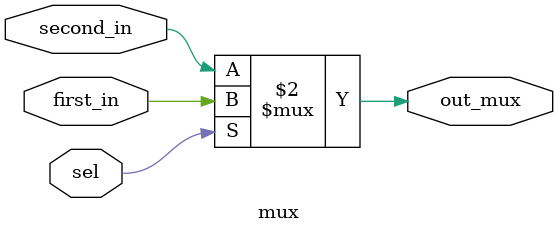
<source format=v>
module mux (first_in,second_in,sel,out_mux);
parameter WIDTH=1;
input [WIDTH-1:0] first_in,second_in;
input  sel;//it was set to one bit only because it can afford only two values 1 or 0
output [WIDTH-1:0] out_mux ;
assign out_mux = (sel==1) ? first_in :  second_in;
endmodule 
</source>
